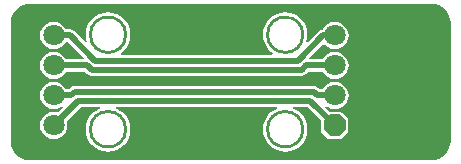
<source format=gbl>
G04 Layer_Physical_Order=2*
G04 Layer_Color=16711680*
%FSLAX44Y44*%
%MOMM*%
G71*
G01*
G75*
%ADD12C,0.5000*%
%ADD13C,0.2540*%
%ADD14C,1.8000*%
%ADD15P,1.9483X8X112.5*%
G36*
X363149Y135831D02*
X366177Y134912D01*
X368967Y133420D01*
X371413Y131413D01*
X373420Y128967D01*
X374912Y126177D01*
X375831Y123149D01*
X376132Y120085D01*
X376115Y120000D01*
Y20000D01*
X376132Y19915D01*
X375831Y16851D01*
X374912Y13823D01*
X373420Y11033D01*
X371413Y8587D01*
X368967Y6579D01*
X366177Y5088D01*
X363149Y4169D01*
X360085Y3868D01*
X360000Y3885D01*
X20000D01*
X19915Y3868D01*
X16851Y4169D01*
X13823Y5088D01*
X11033Y6579D01*
X8587Y8587D01*
X6579Y11033D01*
X5088Y13823D01*
X4169Y16851D01*
X3868Y19915D01*
X3885Y20000D01*
Y120000D01*
X3868Y120085D01*
X4169Y123149D01*
X5088Y126177D01*
X6579Y128967D01*
X8587Y131413D01*
X11033Y133420D01*
X13823Y134912D01*
X16851Y135831D01*
X19915Y136132D01*
X20000Y136115D01*
X360000D01*
X360085Y136132D01*
X363149Y135831D01*
D02*
G37*
%LPC*%
G36*
X278000Y70240D02*
X274988Y69843D01*
X272180Y68680D01*
X269770Y66830D01*
X267920Y64420D01*
X267638Y63739D01*
X265392D01*
X263957Y65174D01*
X262290Y66288D01*
X260323Y66679D01*
X57677D01*
X55710Y66288D01*
X54043Y65174D01*
X52608Y63739D01*
X50362D01*
X50080Y64420D01*
X48230Y66830D01*
X45820Y68680D01*
X43012Y69843D01*
X40000Y70240D01*
X36988Y69843D01*
X34180Y68680D01*
X31770Y66830D01*
X29920Y64420D01*
X28757Y61613D01*
X28360Y58600D01*
X28757Y55588D01*
X29920Y52780D01*
X31770Y50370D01*
X34180Y48520D01*
X36988Y47357D01*
X40000Y46961D01*
X43012Y47357D01*
X45820Y48520D01*
X47697Y49960D01*
X48536Y49003D01*
X43694Y44161D01*
X43012Y44443D01*
X40000Y44840D01*
X36988Y44443D01*
X34180Y43280D01*
X31770Y41430D01*
X29920Y39020D01*
X28757Y36213D01*
X28360Y33200D01*
X28757Y30187D01*
X29920Y27380D01*
X31770Y24970D01*
X34180Y23120D01*
X36988Y21957D01*
X40000Y21560D01*
X43012Y21957D01*
X45820Y23120D01*
X48230Y24970D01*
X50080Y27380D01*
X51243Y30187D01*
X51639Y33200D01*
X51243Y36213D01*
X50961Y36894D01*
X62929Y48861D01*
X79004D01*
X79192Y47591D01*
X78767Y47462D01*
X75499Y45716D01*
X72635Y43365D01*
X70284Y40501D01*
X68538Y37233D01*
X67462Y33687D01*
X67099Y30000D01*
X67462Y26313D01*
X68538Y22767D01*
X70284Y19499D01*
X72635Y16635D01*
X75499Y14284D01*
X78767Y12538D01*
X82313Y11462D01*
X86000Y11099D01*
X89687Y11462D01*
X93233Y12538D01*
X96501Y14284D01*
X99365Y16635D01*
X101716Y19499D01*
X103462Y22767D01*
X104538Y26313D01*
X104901Y30000D01*
X104538Y33687D01*
X103462Y37233D01*
X101716Y40501D01*
X99365Y43365D01*
X96501Y45716D01*
X93233Y47462D01*
X92808Y47591D01*
X92996Y48861D01*
X229004D01*
X229192Y47591D01*
X228767Y47462D01*
X225499Y45716D01*
X222635Y43365D01*
X220284Y40501D01*
X218538Y37233D01*
X217462Y33687D01*
X217099Y30000D01*
X217462Y26313D01*
X218538Y22767D01*
X220284Y19499D01*
X222635Y16635D01*
X225499Y14284D01*
X228767Y12538D01*
X232313Y11462D01*
X236000Y11099D01*
X239687Y11462D01*
X243233Y12538D01*
X246501Y14284D01*
X249365Y16635D01*
X251716Y19499D01*
X253462Y22767D01*
X254538Y26313D01*
X254901Y30000D01*
X254538Y33687D01*
X253462Y37233D01*
X251716Y40501D01*
X249365Y43365D01*
X246501Y45716D01*
X243233Y47462D01*
X242808Y47591D01*
X242996Y48861D01*
X255072D01*
X266410Y37522D01*
Y28700D01*
X266607Y27709D01*
X267169Y26869D01*
X271669Y22369D01*
X272509Y21807D01*
X273500Y21610D01*
X282500D01*
X283491Y21807D01*
X284331Y22369D01*
X288831Y26869D01*
X289393Y27709D01*
X289590Y28700D01*
Y37700D01*
X289393Y38691D01*
X288831Y39531D01*
X284331Y44031D01*
X283491Y44593D01*
X282500Y44790D01*
X273678D01*
X269464Y49003D01*
X270303Y49960D01*
X272180Y48520D01*
X274988Y47357D01*
X278000Y46961D01*
X281012Y47357D01*
X283820Y48520D01*
X286230Y50370D01*
X288080Y52780D01*
X289243Y55588D01*
X289640Y58600D01*
X289243Y61613D01*
X288080Y64420D01*
X286230Y66830D01*
X283820Y68680D01*
X281012Y69843D01*
X278000Y70240D01*
D02*
G37*
G36*
X236000Y128901D02*
X232313Y128538D01*
X228767Y127462D01*
X225499Y125716D01*
X222635Y123365D01*
X220284Y120501D01*
X218538Y117233D01*
X217462Y113687D01*
X217099Y110000D01*
X217462Y106313D01*
X218538Y102767D01*
X220284Y99499D01*
X222635Y96635D01*
X225348Y94409D01*
X225246Y93274D01*
X225212Y93139D01*
X96788D01*
X96754Y93274D01*
X96652Y94409D01*
X99365Y96635D01*
X101716Y99499D01*
X103462Y102767D01*
X104538Y106313D01*
X104901Y110000D01*
X104538Y113687D01*
X103462Y117233D01*
X101716Y120501D01*
X99365Y123365D01*
X96501Y125716D01*
X93233Y127462D01*
X89687Y128538D01*
X86000Y128901D01*
X82313Y128538D01*
X78767Y127462D01*
X75499Y125716D01*
X72635Y123365D01*
X70284Y120501D01*
X68538Y117233D01*
X67462Y113687D01*
X67099Y110000D01*
X67462Y106313D01*
X68082Y104270D01*
X66959Y103597D01*
X57522Y113034D01*
X55855Y114148D01*
X53888Y114539D01*
X50362D01*
X50080Y115220D01*
X48230Y117630D01*
X45820Y119480D01*
X43012Y120643D01*
X40000Y121040D01*
X36988Y120643D01*
X34180Y119480D01*
X31770Y117630D01*
X29920Y115220D01*
X28757Y112413D01*
X28360Y109400D01*
X28757Y106388D01*
X29920Y103580D01*
X31770Y101170D01*
X34180Y99320D01*
X36988Y98157D01*
X40000Y97760D01*
X43012Y98157D01*
X45820Y99320D01*
X48230Y101170D01*
X50080Y103580D01*
X50362Y104261D01*
X51760D01*
X65709Y90312D01*
X65223Y89139D01*
X50362D01*
X50080Y89820D01*
X48230Y92230D01*
X45820Y94080D01*
X43012Y95243D01*
X40000Y95640D01*
X36988Y95243D01*
X34180Y94080D01*
X31770Y92230D01*
X29920Y89820D01*
X28757Y87013D01*
X28360Y84000D01*
X28757Y80988D01*
X29920Y78180D01*
X31770Y75770D01*
X34180Y73920D01*
X36988Y72757D01*
X40000Y72361D01*
X43012Y72757D01*
X45820Y73920D01*
X48230Y75770D01*
X50080Y78180D01*
X50362Y78861D01*
X66497D01*
X68531Y76826D01*
X70199Y75712D01*
X72165Y75321D01*
X250123D01*
X252090Y75712D01*
X253757Y76826D01*
X255792Y78861D01*
X267638D01*
X267920Y78180D01*
X269770Y75770D01*
X272180Y73920D01*
X274988Y72757D01*
X278000Y72361D01*
X281012Y72757D01*
X283820Y73920D01*
X286230Y75770D01*
X288080Y78180D01*
X289243Y80988D01*
X289640Y84000D01*
X289243Y87013D01*
X288080Y89820D01*
X286230Y92230D01*
X283820Y94080D01*
X281012Y95243D01*
X278000Y95640D01*
X274988Y95243D01*
X272180Y94080D01*
X269770Y92230D01*
X267920Y89820D01*
X267638Y89139D01*
X257065D01*
X256579Y90312D01*
X268076Y101809D01*
X269343Y101726D01*
X269770Y101170D01*
X272180Y99320D01*
X274988Y98157D01*
X278000Y97760D01*
X281012Y98157D01*
X283820Y99320D01*
X286230Y101170D01*
X288080Y103580D01*
X289243Y106388D01*
X289640Y109400D01*
X289243Y112413D01*
X288080Y115220D01*
X286230Y117630D01*
X283820Y119480D01*
X281012Y120643D01*
X278000Y121040D01*
X274988Y120643D01*
X272180Y119480D01*
X269770Y117630D01*
X267920Y115220D01*
X267569Y114374D01*
X266434Y114148D01*
X264766Y113034D01*
X254916Y103183D01*
X253793Y103856D01*
X254538Y106313D01*
X254901Y110000D01*
X254538Y113687D01*
X253462Y117233D01*
X251716Y120501D01*
X249365Y123365D01*
X246501Y125716D01*
X243233Y127462D01*
X239687Y128538D01*
X236000Y128901D01*
D02*
G37*
%LPD*%
D12*
X257200Y54000D02*
X278000Y33200D01*
X40000D02*
X60800Y54000D01*
X257200D01*
X40000Y109400D02*
X53888D01*
X75288Y88000D01*
X247000D01*
X268400Y109400D01*
X278000D01*
X40000Y84000D02*
X68625D01*
X72165Y80460D01*
X250123D01*
X253663Y84000D01*
X278000D01*
X263263Y58600D02*
X278000D01*
X260323Y61540D02*
X263263Y58600D01*
X57677Y61540D02*
X260323D01*
X54737Y58600D02*
X57677Y61540D01*
X40000Y58600D02*
X54737D01*
D13*
X251000Y110000D02*
G03*
X251000Y110000I-15000J0D01*
G01*
Y30000D02*
G03*
X251000Y30000I-15000J0D01*
G01*
X101000D02*
G03*
X101000Y30000I-15000J0D01*
G01*
Y110000D02*
G03*
X101000Y110000I-15000J0D01*
G01*
D14*
X40000Y33200D02*
D03*
Y109400D02*
D03*
Y84000D02*
D03*
Y58600D02*
D03*
X278000D02*
D03*
Y84000D02*
D03*
Y109400D02*
D03*
D15*
Y33200D02*
D03*
M02*

</source>
